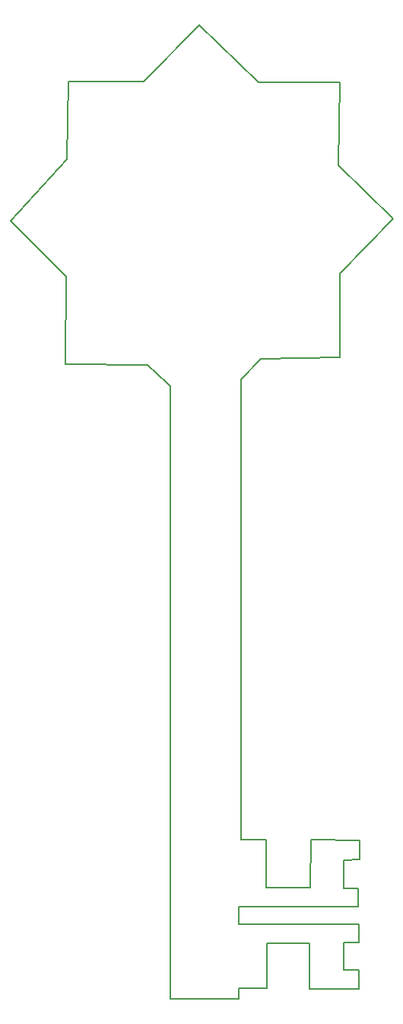
<source format=gm1>
G04 #@! TF.FileFunction,Profile,NP*
%FSLAX46Y46*%
G04 Gerber Fmt 4.6, Leading zero omitted, Abs format (unit mm)*
G04 Created by KiCad (PCBNEW 4.0.5) date Saturday, July 08, 2017 'AMt' 10:12:31 AM*
%MOMM*%
%LPD*%
G01*
G04 APERTURE LIST*
%ADD10C,0.100000*%
%ADD11C,0.150000*%
G04 APERTURE END LIST*
D10*
D11*
X128780000Y-106600000D02*
X128400000Y-106270000D01*
X128778000Y-106934000D02*
X128780000Y-106600000D01*
X128740000Y-174650000D02*
X128778000Y-106934000D01*
X136360000Y-174650000D02*
X128740000Y-174650000D01*
X136360000Y-173480000D02*
X136360000Y-174650000D01*
X139530000Y-173480000D02*
X136360000Y-173480000D01*
X139570000Y-168420000D02*
X139530000Y-173480000D01*
X144290000Y-168420000D02*
X139570000Y-168420000D01*
X144250000Y-173520000D02*
X144290000Y-168420000D01*
X144480000Y-173520000D02*
X144250000Y-173520000D01*
X149740000Y-173560000D02*
X144480000Y-173520000D01*
X149740000Y-171400000D02*
X149740000Y-173560000D01*
X148120000Y-171400000D02*
X149740000Y-171400000D01*
X148120000Y-168340000D02*
X148120000Y-171400000D01*
X149740000Y-168340000D02*
X148120000Y-168340000D01*
X149740000Y-166330000D02*
X149740000Y-168340000D01*
X136360000Y-166330000D02*
X149740000Y-166330000D01*
X136360000Y-164360000D02*
X136360000Y-166330000D01*
X149700000Y-164400000D02*
X136360000Y-164360000D01*
X149700000Y-162350000D02*
X149700000Y-164400000D01*
X148080000Y-162350000D02*
X149700000Y-162350000D01*
X148080000Y-159210000D02*
X148080000Y-162350000D01*
X149860000Y-159180000D02*
X148080000Y-159210000D01*
X149820000Y-157010000D02*
X149860000Y-159180000D01*
X144440000Y-156970000D02*
X149820000Y-157010000D01*
X144360000Y-162310000D02*
X144440000Y-156970000D01*
X139450000Y-162310000D02*
X144360000Y-162310000D01*
X139490000Y-156970000D02*
X139450000Y-162310000D01*
X136660000Y-156950000D02*
X139490000Y-156970000D01*
X136670000Y-105820000D02*
X136660000Y-156950000D01*
X138830000Y-103510000D02*
X136670000Y-105820000D01*
X147700000Y-103360000D02*
X138830000Y-103510000D01*
X147700000Y-94050000D02*
X147700000Y-103360000D01*
X153590000Y-87940000D02*
X147700000Y-94050000D01*
X147480000Y-82050000D02*
X153590000Y-87940000D01*
X147630000Y-72810000D02*
X147480000Y-82050000D01*
X138610000Y-72810000D02*
X147630000Y-72810000D01*
X131980000Y-66400000D02*
X138610000Y-72810000D01*
X125790000Y-72730000D02*
X131980000Y-66400000D01*
X117450000Y-72730000D02*
X125790000Y-72730000D01*
X117300000Y-81380000D02*
X117450000Y-72730000D01*
X110960000Y-88160000D02*
X117300000Y-81380000D01*
X117150000Y-94340000D02*
X110960000Y-88160000D01*
X117070000Y-104110000D02*
X117150000Y-94340000D01*
X126240000Y-104180000D02*
X117070000Y-104110000D01*
X128400000Y-106270000D02*
X126240000Y-104180000D01*
M02*

</source>
